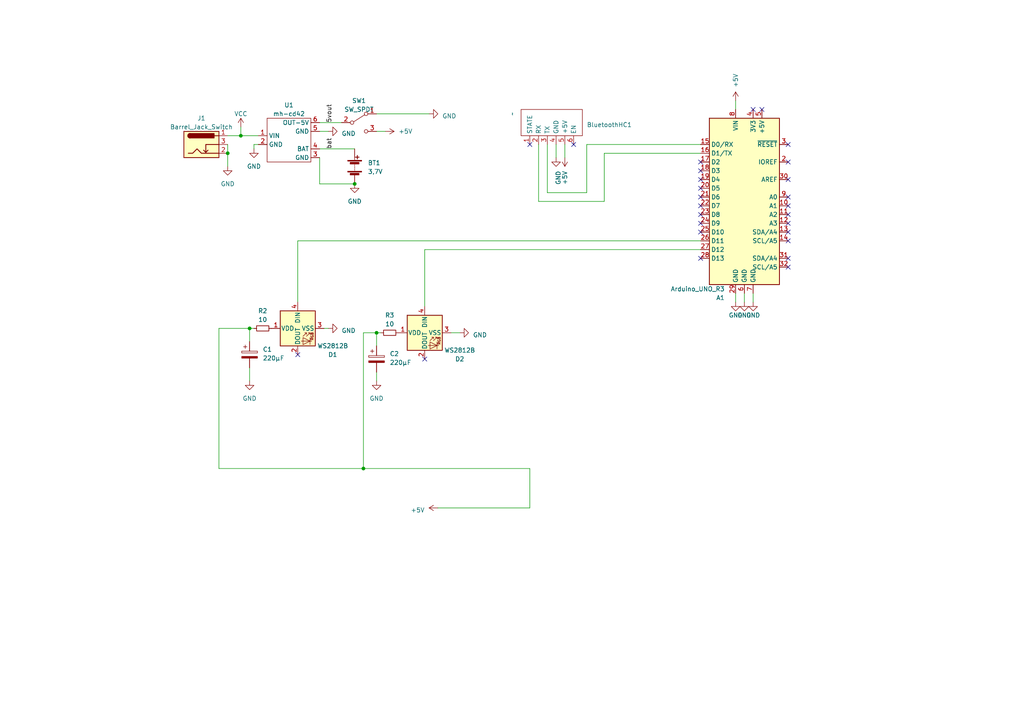
<source format=kicad_sch>
(kicad_sch (version 20230121) (generator eeschema)
  (paper "A4")
  (title_block (title "LUCES") (date "2023-05-24") (rev "1"))
  (lib_symbols
    (symbol "Connector:Barrel_Jack_Switch" (pin_names hide)
      (property "Reference" "J" (at 0 5.334 0))
      (property "Value" "Barrel_Jack_Switch" (at 0 -5.08 0))
      (symbol "Barrel_Jack_Switch_0_1"
        (rectangle (start -5.08 3.81) (end 5.08 -3.81) (stroke (width 0.254)) (fill (type background)))
        (arc (start -3.302 3.175) (mid -3.9343 2.54) (end -3.302 1.905) (stroke (width 0.254)))
        (arc (start -3.302 3.175) (mid -3.9343 2.54) (end -3.302 1.905) (stroke (width 0.254)) (fill (type outline)))
        (polyline (pts (xy 1.27 -2.286) (xy 1.905 -1.651)) (stroke (width 0.254)))
        (polyline (pts (xy 5.08 2.54) (xy 3.81 2.54)) (stroke (width 0.254)))
        (polyline (pts (xy 5.08 0) (xy 1.27 0) (xy 1.27 -2.286) (xy 0.635 -1.651)) (stroke (width 0.254)))
        (polyline (pts (xy -3.81 -2.54) (xy -2.54 -2.54) (xy -1.27 -1.27) (xy 0 -2.54) (xy 2.54 -2.54) (xy 5.08 -2.54)) (stroke (width 0.254)))
        (rectangle (start 3.683 3.175) (end -3.302 1.905) (stroke (width 0.254)) (fill (type outline)))
      )
      (symbol "Barrel_Jack_Switch_1_1"
        (pin passive line (at 7.62 2.54 180) (length 2.54) (name "~") (number "1"))
        (pin passive line (at 7.62 -2.54 180) (length 2.54) (name "~") (number "2"))
        (pin passive line (at 7.62 0 180) (length 2.54) (name "~") (number "3"))
      )
    )
    (symbol "Device:Battery" (pin_numbers hide) (pin_names (offset 0) hide)
      (property "Reference" "BT" (at 2.54 2.54 0))
      (property "Value" "Battery" (at 2.54 0 0))
      (symbol "Battery_0_1"
        (rectangle (start -2.032 -1.397) (end 2.032 -1.651) (fill (type outline)))
        (rectangle (start -2.032 1.778) (end 2.032 1.524) (fill (type outline)))
        (rectangle (start -1.3208 -1.9812) (end 1.27 -2.4892) (fill (type outline)))
        (rectangle (start -1.3208 1.1938) (end 1.27 0.6858) (fill (type outline)))
        (polyline (pts (xy 0 -1.524) (xy 0 -1.27)))
        (polyline (pts (xy 0 -1.016) (xy 0 -0.762)))
        (polyline (pts (xy 0 -0.508) (xy 0 -0.254)))
        (polyline (pts (xy 0 0) (xy 0 0.254)))
        (polyline (pts (xy 0 0.508) (xy 0 0.762)))
        (polyline (pts (xy 0 1.778) (xy 0 2.54)))
        (polyline (pts (xy 0.254 2.667) (xy 1.27 2.667)) (stroke (width 0.254)))
        (polyline (pts (xy 0.762 3.175) (xy 0.762 2.159)) (stroke (width 0.254)))
      )
      (symbol "Battery_1_1"
        (pin passive line (at 0 5.08 270) (length 2.54) (name "+") (number "1"))
        (pin passive line (at 0 -5.08 90) (length 2.54) (name "-") (number "2"))
      )
    )
    (symbol "Device:C_Polarized" (pin_numbers hide) (pin_names (offset 0.254))
      (property "Reference" "C" (at 0.635 2.54 0))
      (property "Value" "C_Polarized" (at 0.635 -2.54 0))
      (symbol "C_Polarized_0_1"
        (rectangle (start -2.286 0.508) (end 2.286 1.016))
        (polyline (pts (xy -1.778 2.286) (xy -0.762 2.286)))
        (polyline (pts (xy -1.27 2.794) (xy -1.27 1.778)))
        (rectangle (start 2.286 -0.508) (end -2.286 -1.016) (fill (type outline)))
      )
      (symbol "C_Polarized_1_1"
        (pin passive line (at 0 3.81 270) (length 2.794) (name "~") (number "1"))
        (pin passive line (at 0 -3.81 90) (length 2.794) (name "~") (number "2"))
      )
    )
    (symbol "Device:R_Small" (pin_numbers hide) (pin_names (offset 0.254) hide)
      (property "Reference" "R" (at 0.762 0.508 0))
      (property "Value" "R_Small" (at 0.762 -1.016 0))
      (symbol "R_Small_0_1"
        (rectangle (start -0.762 1.778) (end 0.762 -1.778) (stroke (width 0.2032)))
      )
      (symbol "R_Small_1_1"
        (pin passive line (at 0 2.54 270) (length 0.762) (name "~") (number "1"))
        (pin passive line (at 0 -2.54 90) (length 0.762) (name "~") (number "2"))
      )
    )
    (symbol "LED:WS2812B" (pin_names (offset 0.254))
      (property "Reference" "D" (at 5.08 5.715 0))
      (property "Value" "WS2812B" (at 1.27 -5.715 0))
      (symbol "WS2812B_0_0"
        (text "RGB" (at 2.286 -4.191 0) (effects (font (size 0.762 0.762))))
      )
      (symbol "WS2812B_0_1"
        (polyline (pts (xy 1.27 -3.556) (xy 1.778 -3.556)))
        (polyline (pts (xy 1.27 -2.54) (xy 1.778 -2.54)))
        (polyline (pts (xy 4.699 -3.556) (xy 2.667 -3.556)))
        (polyline (pts (xy 2.286 -2.54) (xy 1.27 -3.556) (xy 1.27 -3.048)))
        (polyline (pts (xy 2.286 -1.524) (xy 1.27 -2.54) (xy 1.27 -2.032)))
        (polyline (pts (xy 3.683 -1.016) (xy 3.683 -3.556) (xy 3.683 -4.064)))
        (polyline (pts (xy 4.699 -1.524) (xy 2.667 -1.524) (xy 3.683 -3.556) (xy 4.699 -1.524)))
        (rectangle (start 5.08 5.08) (end -5.08 -5.08) (stroke (width 0.254)) (fill (type background)))
      )
      (symbol "WS2812B_1_1"
        (pin power_in line (at 0 7.62 270) (length 2.54) (name "VDD") (number "1"))
        (pin output line (at 7.62 0 180) (length 2.54) (name "DOUT") (number "2"))
        (pin power_in line (at 0 -7.62 90) (length 2.54) (name "VSS") (number "3"))
        (pin input line (at -7.62 0 0) (length 2.54) (name "DIN") (number "4"))
      )
    )
    (symbol "MCU_Module:Arduino_UNO_R3"
      (property "Reference" "A" (at -10.16 23.495 0))
      (property "Value" "Arduino_UNO_R3" (at 5.08 -26.67 0))
      (symbol "Arduino_UNO_R3_0_1"
        (rectangle (start -10.16 22.86) (end 10.16 -25.4) (stroke (width 0.254)) (fill (type background)))
      )
      (symbol "Arduino_UNO_R3_1_1"
        (pin no_connect line (at -10.16 -20.32 0) (length 2.54) hide (name "NC") (number "1"))
        (pin bidirectional line (at 12.7 -2.54 180) (length 2.54) (name "A1") (number "10"))
        (pin bidirectional line (at 12.7 -5.08 180) (length 2.54) (name "A2") (number "11"))
        (pin bidirectional line (at 12.7 -7.62 180) (length 2.54) (name "A3") (number "12"))
        (pin bidirectional line (at 12.7 -10.16 180) (length 2.54) (name "SDA/A4") (number "13"))
        (pin bidirectional line (at 12.7 -12.7 180) (length 2.54) (name "SCL/A5") (number "14"))
        (pin bidirectional line (at -12.7 15.24 0) (length 2.54) (name "D0/RX") (number "15"))
        (pin bidirectional line (at -12.7 12.7 0) (length 2.54) (name "D1/TX") (number "16"))
        (pin bidirectional line (at -12.7 10.16 0) (length 2.54) (name "D2") (number "17"))
        (pin bidirectional line (at -12.7 7.62 0) (length 2.54) (name "D3") (number "18"))
        (pin bidirectional line (at -12.7 5.08 0) (length 2.54) (name "D4") (number "19"))
        (pin output line (at 12.7 10.16 180) (length 2.54) (name "IOREF") (number "2"))
        (pin bidirectional line (at -12.7 2.54 0) (length 2.54) (name "D5") (number "20"))
        (pin bidirectional line (at -12.7 0 0) (length 2.54) (name "D6") (number "21"))
        (pin bidirectional line (at -12.7 -2.54 0) (length 2.54) (name "D7") (number "22"))
        (pin bidirectional line (at -12.7 -5.08 0) (length 2.54) (name "D8") (number "23"))
        (pin bidirectional line (at -12.7 -7.62 0) (length 2.54) (name "D9") (number "24"))
        (pin bidirectional line (at -12.7 -10.16 0) (length 2.54) (name "D10") (number "25"))
        (pin bidirectional line (at -12.7 -12.7 0) (length 2.54) (name "D11") (number "26"))
        (pin bidirectional line (at -12.7 -15.24 0) (length 2.54) (name "D12") (number "27"))
        (pin bidirectional line (at -12.7 -17.78 0) (length 2.54) (name "D13") (number "28"))
        (pin power_in line (at -2.54 -27.94 90) (length 2.54) (name "GND") (number "29"))
        (pin input line (at 12.7 15.24 180) (length 2.54) (name "~{RESET}") (number "3"))
        (pin input line (at 12.7 5.08 180) (length 2.54) (name "AREF") (number "30"))
        (pin bidirectional line (at 12.7 -17.78 180) (length 2.54) (name "SDA/A4") (number "31"))
        (pin bidirectional line (at 12.7 -20.32 180) (length 2.54) (name "SCL/A5") (number "32"))
        (pin power_out line (at 2.54 25.4 270) (length 2.54) (name "3V3") (number "4"))
        (pin power_out line (at 5.08 25.4 270) (length 2.54) (name "+5V") (number "5"))
        (pin power_in line (at 0 -27.94 90) (length 2.54) (name "GND") (number "6"))
        (pin power_in line (at 2.54 -27.94 90) (length 2.54) (name "GND") (number "7"))
        (pin power_in line (at -2.54 25.4 270) (length 2.54) (name "VIN") (number "8"))
        (pin bidirectional line (at 12.7 0 180) (length 2.54) (name "A0") (number "9"))
      )
    )
    (symbol "Switch:SW_SPDT" (pin_names (offset 0) hide)
      (property "Reference" "SW" (at 0 4.318 0))
      (property "Value" "SW_SPDT" (at 0 -5.08 0))
      (symbol "SW_SPDT_0_0"
        (circle (center -2.032 0) (radius 0.508))
        (circle (center 2.032 -2.54) (radius 0.508))
      )
      (symbol "SW_SPDT_0_1"
        (polyline (pts (xy -1.524 0.254) (xy 1.651 2.286)))
        (circle (center 2.032 2.54) (radius 0.508))
      )
      (symbol "SW_SPDT_1_1"
        (pin passive line (at 5.08 2.54 180) (length 2.54) (name "A") (number "1"))
        (pin passive line (at -5.08 0 0) (length 2.54) (name "B") (number "2"))
        (pin passive line (at 5.08 -2.54 180) (length 2.54) (name "C") (number "3"))
      )
    )
    (symbol "cd42:mh-cd42"
      (property "Reference" "U" (at 0 7.62 0))
      (property "Value" "mh-cd42" (at 0 -7.62 0))
      (symbol "mh-cd42_0_1"
        (rectangle (start -6.35 6.35) (end 6.35 -6.35))
      )
      (symbol "mh-cd42_1_1"
        (pin power_in line (at -8.89 1.27 0) (length 2.54) (name "VIN") (number "1"))
        (pin passive line (at -8.89 -1.27 0) (length 2.54) (name "GND") (number "2"))
        (pin passive line (at 8.89 -5.08 180) (length 2.54) (name "GND") (number "3"))
        (pin passive line (at 8.89 -2.54 180) (length 2.54) (name "BAT") (number "4"))
        (pin passive line (at 8.89 2.54 180) (length 2.54) (name "GND") (number "5"))
        (pin power_out line (at 8.89 5.08 180) (length 2.54) (name "OUT-5V") (number "6"))
      )
    )
    (symbol "hc-05:hc-05"
      (property "Reference" "BluetoothHC05" (at 0 0 0))
      (symbol "hc-05_0_1"
        (rectangle (start -6.35 -2.54) (end 1.27 -20.32))
      )
      (symbol "hc-05_1_1"
        (pin input line (at -8.89 -5.08 0) (length 2.54) (name "STATE") (number "1"))
        (pin input line (at -8.89 -7.62 0) (length 2.54) (name "RX") (number "2"))
        (pin input line (at -8.89 -10.16 0) (length 2.54) (name "TX") (number "3"))
        (pin input line (at -8.89 -12.7 0) (length 2.54) (name "GND") (number "4"))
        (pin input line (at -8.89 -15.24 0) (length 2.54) (name "+5V") (number "5"))
        (pin input line (at -8.89 -17.78 0) (length 2.54) (name "EN") (number "6"))
      )
    )
    (symbol "power:+5V" (power) (pin_names (offset 0))
      (property "Value" "+5V" (at 0 3.556 0))
      (symbol "+5V_0_1"
        (polyline (pts (xy -0.762 1.27) (xy 0 2.54)))
        (polyline (pts (xy 0 0) (xy 0 2.54)))
        (polyline (pts (xy 0 2.54) (xy 0.762 1.27)))
      )
      (symbol "+5V_1_1"
        (pin power_in line (at 0 0 90) (length 0) hide (name "+5V") (number "1"))
      )
    )
    (symbol "power:GND" (power) (pin_names (offset 0))
      (property "Value" "GND" (at 0 -3.81 0))
      (symbol "GND_0_1"
        (polyline (pts (xy 0 0) (xy 0 -1.27) (xy 1.27 -1.27) (xy 0 -2.54) (xy -1.27 -1.27) (xy 0 -1.27)))
      )
      (symbol "GND_1_1"
        (pin power_in line (at 0 0 270) (length 0) hide (name "GND") (number "1"))
      )
    )
    (symbol "power:VCC" (power) (pin_names (offset 0))
      (property "Value" "VCC" (at 0 3.81 0))
      (symbol "VCC_0_1"
        (polyline (pts (xy -0.762 1.27) (xy 0 2.54)))
        (polyline (pts (xy 0 0) (xy 0 2.54)))
        (polyline (pts (xy 0 2.54) (xy 0.762 1.27)))
      )
      (symbol "VCC_1_1"
        (pin power_in line (at 0 0 90) (length 0) hide (name "VCC") (number "1"))
      )
    )
  )
  (junction (at 102.87 53.34))
  (junction (at 109.22 96.52))
  (junction (at 69.85 39.37))
  (junction (at 105.41 135.89))
  (junction (at 72.39 95.25))
  (junction (at 66.04 44.45))
  (no_connect (at 228.6 52.07))
  (no_connect (at 86.36 102.87))
  (no_connect (at 228.6 57.15))
  (no_connect (at 203.2 54.61))
  (no_connect (at 203.2 62.23))
  (no_connect (at 228.6 69.85))
  (no_connect (at 153.67 41.91))
  (no_connect (at 203.2 64.77))
  (no_connect (at 228.6 64.77))
  (no_connect (at 203.2 46.99))
  (no_connect (at 228.6 59.69))
  (no_connect (at 203.2 74.93))
  (no_connect (at 203.2 52.07))
  (no_connect (at 228.6 77.47))
  (no_connect (at 228.6 46.99))
  (no_connect (at 166.37 41.91))
  (no_connect (at 228.6 41.91))
  (no_connect (at 203.2 59.69))
  (no_connect (at 203.2 57.15))
  (no_connect (at 228.6 62.23))
  (no_connect (at 123.19 104.14))
  (no_connect (at 228.6 67.31))
  (no_connect (at 203.2 49.53))
  (no_connect (at 218.44 31.75))
  (no_connect (at 220.98 31.75))
  (no_connect (at 203.2 67.31))
  (no_connect (at 228.6 74.93))
  (wire (pts (xy 92.71 45.72) (xy 92.71 53.34)))
  (wire (pts (xy 69.85 36.83) (xy 69.85 39.37)))
  (wire (pts (xy 66.04 44.45) (xy 66.04 48.26)))
  (wire (pts (xy 63.5 95.25) (xy 63.5 135.89)))
  (wire (pts (xy 69.85 39.37) (xy 74.93 39.37)))
  (wire (pts (xy 213.36 87.63) (xy 213.36 85.09)))
  (wire (pts (xy 153.67 135.89) (xy 153.67 147.32)))
  (wire (pts (xy 92.71 35.56) (xy 99.06 35.56)))
  (wire (pts (xy 123.19 72.39) (xy 203.2 72.39)))
  (wire (pts (xy 215.9 87.63) (xy 215.9 85.09)))
  (wire (pts (xy 92.71 43.18) (xy 102.87 43.18)))
  (wire (pts (xy 158.75 55.88) (xy 158.75 41.91)))
  (wire (pts (xy 127 147.32) (xy 153.67 147.32)))
  (wire (pts (xy 66.04 41.91) (xy 66.04 44.45)))
  (wire (pts (xy 86.36 87.63) (xy 86.36 69.85)))
  (wire (pts (xy 66.04 39.37) (xy 69.85 39.37)))
  (wire (pts (xy 73.66 41.91) (xy 74.93 41.91)))
  (wire (pts (xy 133.35 96.52) (xy 130.81 96.52)))
  (wire (pts (xy 109.22 96.52) (xy 110.49 96.52)))
  (wire (pts (xy 86.36 69.85) (xy 203.2 69.85)))
  (wire (pts (xy 111.76 38.1) (xy 109.22 38.1)))
  (wire (pts (xy 213.36 29.21) (xy 213.36 31.75)))
  (wire (pts (xy 156.21 41.91) (xy 156.21 58.42)))
  (wire (pts (xy 95.25 95.25) (xy 93.98 95.25)))
  (wire (pts (xy 73.66 43.18) (xy 73.66 41.91)))
  (wire (pts (xy 109.22 96.52) (xy 105.41 96.52)))
  (wire (pts (xy 170.18 41.91) (xy 170.18 55.88)))
  (wire (pts (xy 163.83 45.72) (xy 163.83 41.91)))
  (wire (pts (xy 72.39 95.25) (xy 72.39 99.06)))
  (wire (pts (xy 63.5 135.89) (xy 105.41 135.89)))
  (wire (pts (xy 170.18 55.88) (xy 158.75 55.88)))
  (wire (pts (xy 175.26 58.42) (xy 175.26 44.45)))
  (wire (pts (xy 109.22 96.52) (xy 109.22 100.33)))
  (wire (pts (xy 105.41 135.89) (xy 153.67 135.89)))
  (wire (pts (xy 72.39 110.49) (xy 72.39 106.68)))
  (wire (pts (xy 161.29 45.72) (xy 161.29 41.91)))
  (wire (pts (xy 170.18 41.91) (xy 203.2 41.91)))
  (wire (pts (xy 123.19 88.9) (xy 123.19 72.39)))
  (wire (pts (xy 95.25 38.1) (xy 92.71 38.1)))
  (wire (pts (xy 63.5 95.25) (xy 72.39 95.25)))
  (wire (pts (xy 156.21 58.42) (xy 175.26 58.42)))
  (wire (pts (xy 109.22 110.49) (xy 109.22 107.95)))
  (wire (pts (xy 105.41 96.52) (xy 105.41 135.89)))
  (wire (pts (xy 175.26 44.45) (xy 203.2 44.45)))
  (wire (pts (xy 218.44 87.63) (xy 218.44 85.09)))
  (wire (pts (xy 109.22 33.02) (xy 124.46 33.02)))
  (wire (pts (xy 72.39 95.25) (xy 73.66 95.25)))
  (wire (pts (xy 92.71 53.34) (xy 102.87 53.34)))
  (label "5vout" (at 96.52 35.56 90))
  (label "bat" (at 96.52 43.18 90))
  (symbol (lib_id "LED:WS2812B") (at 123.19 96.52 90) (mirror x) (unit 1)
    (property "Reference" "D2" (at 133.35 104.14 90))
    (property "Value" "WS2812B" (at 133.35 101.6 90))
    (property "Footprint" "Connector_Wire:SolderWire-0.1sqmm_1x04_P3.6mm_D0.4mm_OD1mm" (effects hide))
    (property "Datasheet" "https://cdn-shop.adafruit.com/datasheets/WS2812B.pdf" (effects hide))
  )
  (symbol (lib_id "power:+5V") (at 213.36 29.21 0) (unit 1)
    (property "Reference" "#PWR07" (effects hide))
    (property "Value" "+5V" (at 213.36 25.4 90) (effects (justify left)))
  )
  (symbol (lib_id "power:GND") (at 133.35 96.52 90) (unit 1)
    (property "Reference" "#PWR020" (effects hide))
    (property "Value" "GND" (at 137.16 97.155 90) (effects (justify right)))
  )
  (symbol (lib_id "power:+5V") (at 163.83 45.72 180) (unit 1)
    (property "Reference" "#PWR08" (effects hide))
    (property "Value" "+5V" (at 163.83 49.53 90) (effects (justify left)))
  )
  (symbol (lib_id "cd42:mh-cd42") (at 83.82 40.64 0) (unit 1)
    (property "Reference" "U1" (at 83.82 30.48 0))
    (property "Value" "mh-cd42" (at 83.82 33.02 0))
    (property "Footprint" "cd42:mh-cd42" (effects hide))
  )
  (symbol (lib_id "Device:Battery") (at 102.87 48.26 0) (unit 1)
    (property "Reference" "BT1" (at 106.68 47.244 0) (effects (justify left)))
    (property "Value" "3,7V" (at 106.68 49.784 0) (effects (justify left)))
    (property "Footprint" "Connector_Wire:SolderWire-0.1sqmm_1x02_P3.6mm_D0.4mm_OD1mm" (effects hide))
  )
  (symbol (lib_id "power:+5V") (at 127 147.32 90) (unit 1)
    (property "Reference" "#PWR013" (effects hide))
    (property "Value" "+5V" (at 123.19 147.955 90) (effects (justify left)))
  )
  (symbol (lib_id "Switch:SW_SPDT") (at 104.14 35.56 0) (unit 1)
    (property "Reference" "SW1" (at 104.14 29.21 0))
    (property "Value" "SW_SPDT" (at 104.14 31.75 0))
    (property "Footprint" "Connector_Wire:SolderWire-0.1sqmm_1x03_P3.6mm_D0.4mm_OD1mm" (effects hide))
  )
  (symbol (lib_id "power:GND") (at 215.9 87.63 0) (unit 1)
    (property "Reference" "#PWR010" (effects hide))
    (property "Value" "GND" (at 215.9 91.44 0))
  )
  (symbol (lib_id "power:GND") (at 109.22 110.49 0) (unit 1)
    (property "Reference" "#PWR016" (effects hide))
    (property "Value" "GND" (at 109.22 115.57 0))
  )
  (symbol (lib_id "power:GND") (at 66.04 48.26 0) (unit 1)
    (property "Reference" "#PWR01" (effects hide))
    (property "Value" "GND" (at 66.04 53.34 0))
  )
  (symbol (lib_id "power:GND") (at 73.66 43.18 0) (unit 1)
    (property "Reference" "#PWR02" (effects hide))
    (property "Value" "GND" (at 73.66 48.26 0))
  )
  (symbol (lib_id "power:GND") (at 95.25 38.1 90) (unit 1)
    (property "Reference" "#PWR03" (effects hide))
    (property "Value" "GND" (at 99.06 38.735 90) (effects (justify right)))
  )
  (symbol (lib_id "MCU_Module:Arduino_UNO_R3") (at 215.9 57.15 0) (unit 1)
    (property "Reference" "A1" (at 210.2103 86.36 0) (effects (justify right)))
    (property "Value" "Arduino_UNO_R3" (at 210.2103 83.82 0) (effects (justify right)))
    (property "Footprint" "Module:Arduino_UNO_R3" (effects hide))
    (property "Datasheet" "https://www.arduino.cc/en/Main/arduinoBoardUno" (effects hide))
  )
  (symbol (lib_id "power:GND") (at 124.46 33.02 90) (unit 1)
    (property "Reference" "#PWR06" (effects hide))
    (property "Value" "GND" (at 128.27 33.655 90) (effects (justify right)))
  )
  (symbol (lib_id "power:VCC") (at 69.85 36.83 0) (unit 1)
    (property "Reference" "#PWR015" (effects hide))
    (property "Value" "VCC" (at 69.85 33.02 0))
  )
  (symbol (lib_id "power:+5V") (at 111.76 38.1 270) (unit 1)
    (property "Reference" "#PWR05" (effects hide))
    (property "Value" "+5V" (at 115.57 38.1 90) (effects (justify left)))
  )
  (symbol (lib_id "power:GND") (at 102.87 53.34 0) (unit 1)
    (property "Reference" "#PWR04" (effects hide))
    (property "Value" "GND" (at 102.87 58.42 0))
  )
  (symbol (lib_id "power:GND") (at 218.44 87.63 0) (unit 1)
    (property "Reference" "#PWR09" (effects hide))
    (property "Value" "GND" (at 218.44 91.44 0))
  )
  (symbol (lib_id "power:GND") (at 95.25 95.25 90) (unit 1)
    (property "Reference" "#PWR019" (effects hide))
    (property "Value" "GND" (at 99.06 95.885 90) (effects (justify right)))
  )
  (symbol (lib_id "Device:C_Polarized") (at 109.22 104.14 0) (unit 1)
    (property "Reference" "C2" (at 113.03 102.616 0) (effects (justify left)))
    (property "Value" "220µF" (at 113.03 105.156 0) (effects (justify left)))
    (property "Footprint" "Capacitor_THT:CP_Radial_D5.0mm_P2.00mm" (effects hide))
  )
  (symbol (lib_id "Device:R_Small") (at 113.03 96.52 90) (unit 1)
    (property "Reference" "R3" (at 113.03 91.44 90))
    (property "Value" "10" (at 113.03 93.98 90))
    (property "Footprint" "Resistor_THT:R_Axial_DIN0204_L3.6mm_D1.6mm_P5.08mm_Horizontal" (effects hide))
  )
  (symbol (lib_id "power:GND") (at 72.39 110.49 0) (unit 1)
    (property "Reference" "#PWR014" (effects hide))
    (property "Value" "GND" (at 72.39 115.57 0))
  )
  (symbol (lib_id "power:GND") (at 213.36 87.63 0) (unit 1)
    (property "Reference" "#PWR011" (effects hide))
    (property "Value" "GND" (at 213.36 91.44 0))
  )
  (symbol (lib_id "LED:WS2812B") (at 86.36 95.25 90) (mirror x) (unit 1)
    (property "Reference" "D1" (at 96.52 102.87 90))
    (property "Value" "WS2812B" (at 96.52 100.33 90))
    (property "Footprint" "Connector_Wire:SolderWire-0.1sqmm_1x04_P3.6mm_D0.4mm_OD1mm" (effects hide))
    (property "Datasheet" "https://cdn-shop.adafruit.com/datasheets/WS2812B.pdf" (effects hide))
  )
  (symbol (lib_id "power:GND") (at 161.29 45.72 0) (unit 1)
    (property "Reference" "#PWR012" (effects hide))
    (property "Value" "GND" (at 161.925 49.53 90) (effects (justify right)))
  )
  (symbol (lib_id "hc-05:hc-05") (at 148.59 33.02 90) (unit 1)
    (property "Reference" "BluetoothHC1" (at 170.18 36.195 90) (effects (justify right)))
    (property "Value" "~" (at 148.59 33.02 0))
    (property "Footprint" "hc-05:hc-05" (effects hide))
  )
  (symbol (lib_id "Connector:Barrel_Jack_Switch") (at 58.42 41.91 0) (unit 1)
    (property "Reference" "J1" (at 58.42 34.29 0))
    (property "Value" "Barrel_Jack_Switch" (at 58.42 36.83 0))
    (property "Footprint" "Connector_BarrelJack:BarrelJack_Horizontal" (effects hide))
  )
  (symbol (lib_id "Device:R_Small") (at 76.2 95.25 90) (unit 1)
    (property "Reference" "R2" (at 76.2 90.17 90))
    (property "Value" "10" (at 76.2 92.71 90))
    (property "Footprint" "Resistor_THT:R_Axial_DIN0204_L3.6mm_D1.6mm_P5.08mm_Horizontal" (effects hide))
  )
  (symbol (lib_id "Device:C_Polarized") (at 72.39 102.87 0) (unit 1)
    (property "Reference" "C1" (at 76.2 101.346 0) (effects (justify left)))
    (property "Value" "220µF" (at 76.2 103.886 0) (effects (justify left)))
    (property "Footprint" "Capacitor_THT:CP_Radial_D5.0mm_P2.00mm" (effects hide))
  )
)
</source>
